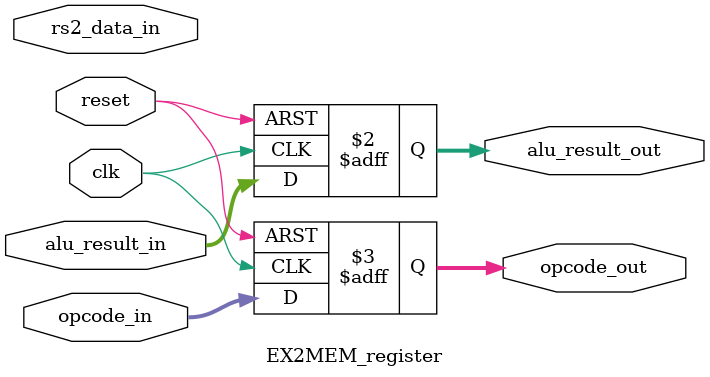
<source format=v>
module EX2MEM_register (
    input clk,
    input reset,
    input [31:0] alu_result_in,
    input [5:0] opcode_in,
    input [31:0] rs2_data_in,
    output reg [31:0] alu_result_out,
    output reg [5:0] opcode_out
);
always @(posedge clk or posedge reset) begin
    if (reset) begin
        alu_result_out <= 32'b0; // Reset ALU result to zero
        opcode_out <= 6'b0; // Reset opcode to zero
    end else begin
        alu_result_out <= alu_result_in; // Pass ALU result
        opcode_out <= opcode_in; // Pass opcode
    end
end
endmodule
// This module serves as a register to hold the results from the EX stage
// and pass them to the MEM stage. It includes the ALU result, rs2 data,
// rd value, and memory read/write signals. The reset functionality ensures
// that all outputs are set to zero when the reset signal is high, allowing 
</source>
